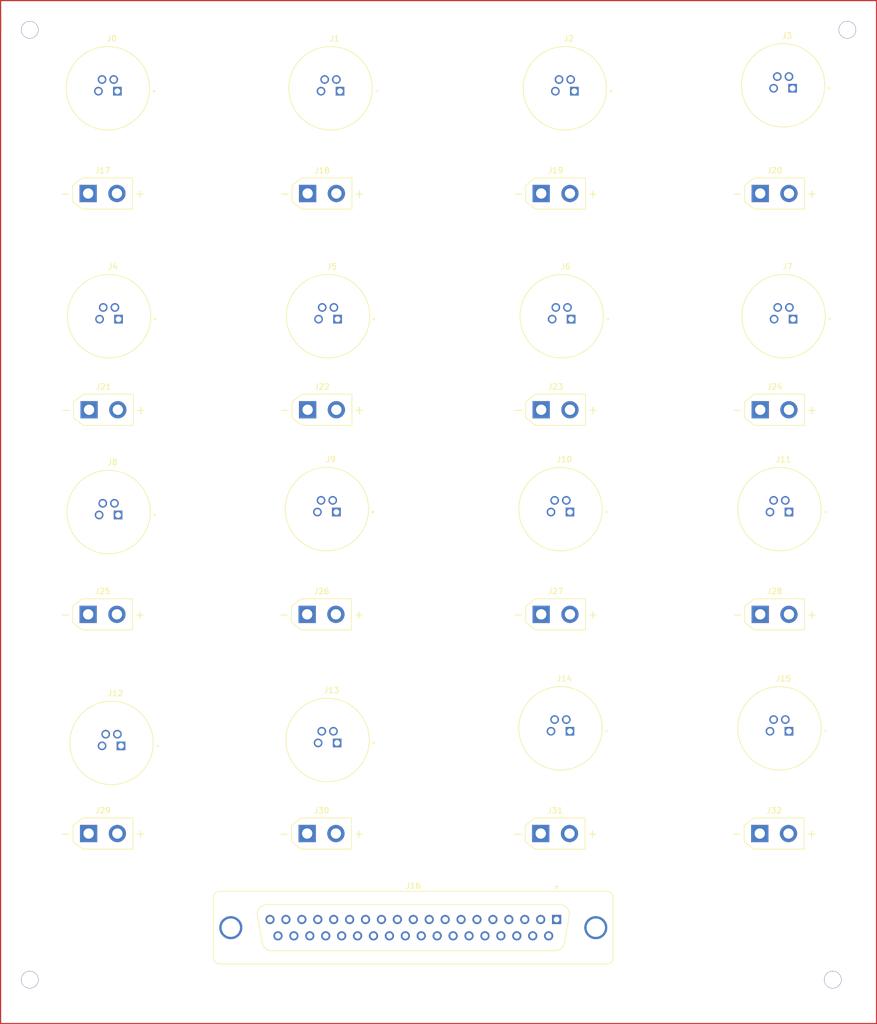
<source format=kicad_pcb>
(kicad_pcb (version 20221018) (generator pcbnew)
  (title_block (title "Analog Input Board") (date "2023-10-10") (rev "A") (company "Missouri University of Science and Technology Rocket Design Team") (comment 1 "Author: Rakshak Sudhakaran"))
  (layers (0 "F.Cu" signal) (31 "B.Cu" signal) (34 "B.Paste" user) (35 "F.Paste" user) (36 "B.SilkS" user "B.Silkscreen") (37 "F.SilkS" user "F.Silkscreen") (38 "B.Mask" user) (39 "F.Mask" user) (44 "Edge.Cuts" user))
  (net 0 "")
  (net 1 "/AI0+")
  (net 2 "/AI0-")
  (net 3 "/COM")
  (net 4 "+24V")
  (net 5 "/AI1+")
  (net 6 "/AI1-")
  (net 7 "/AI2+")
  (net 8 "/AI2-")
  (net 9 "/AI3+")
  (net 10 "/AI3-")
  (net 11 "/AI4+")
  (net 12 "/AI4-")
  (net 13 "/AI5+")
  (net 14 "/AI5-")
  (net 15 "/AI6+")
  (net 16 "/AI6-")
  (net 17 "/AI7+")
  (net 18 "/AI7-")
  (net 19 "/AI8+")
  (net 20 "/AI8-")
  (net 21 "/AI9+")
  (net 22 "/AI9-")
  (net 23 "/AI10+")
  (net 24 "/AI10-")
  (net 25 "/AI11+")
  (net 26 "/AI11-")
  (net 27 "/AI12+")
  (net 28 "/AI12-")
  (net 29 "/AI13+")
  (net 30 "/AI13-")
  (net 31 "/AI14+")
  (net 32 "/AI14-")
  (net 33 "/AI15+")
  (net 34 "/AI15-")
  (net 35 "/NC")
  (net 36 "GND")
  (footprint "M12_4Pin_Female_Library:TENSILITY_54-00278" (layer "F.Cu") (at 79.63 106.17)
    (fp_text reference "J9" (at 0.675 -8.635) (layer "F.SilkS"))
    (fp_text value "Conn_01x04")
    (fp_circle (center 0 0) (end 7.25 0) (stroke (width 0.127)) (fill none) (layer "F.SilkS"))
    (fp_circle (center 8.015 0.51) (end 8.115 0.51) (stroke (width 0.2)) (fill none) (layer "F.SilkS"))
    (pad "1" thru_hole rect (at 1.65 0.51) (size 1.508 1.508) (drill 1) (layers "*.Cu" "*.Mask") (net 21 "/AI9+"))
    (pad "2" thru_hole circle (at 1.015 -1.52) (size 1.508 1.508) (drill 1) (layers "*.Cu" "*.Mask") (net 22 "/AI9-"))
    (pad "3" thru_hole circle (at -1.65 0.51) (size 1.508 1.508) (drill 1) (layers "*.Cu" "*.Mask") (net 3 "/COM"))
    (pad "4" thru_hole circle (at -1.015 -1.52) (size 1.508 1.508) (drill 1) (layers "*.Cu" "*.Mask") (net 4 "+24V"))
  )
  (footprint "Connector_AMASS:AMASS_XT30UPB-F_1x02_P5.0mm_Vertical" (layer "F.Cu") (at 155.02 124.46)
    (fp_text reference "J28" (at 2.5 -4) (layer "F.SilkS"))
    (fp_text value "Conn_01x02")
    (fp_text user "-" (at -4 0) (layer "F.SilkS") (effects (font (size 1.5 1.5))))
    (fp_text user "+" (at 9 0) (layer "F.SilkS") (effects (font (size 1.5 1.5))))
    (fp_line (start -2.71 -1.41) (end -2.71 1.41) (stroke (width 0.12)) (layer "F.SilkS"))
    (fp_line (start -2.71 -1.41) (end -1.01 -2.71) (stroke (width 0.12)) (layer "F.SilkS"))
    (fp_line (start -2.71 1.41) (end -1.01 2.71) (stroke (width 0.12)) (layer "F.SilkS"))
    (fp_line (start -1.01 -2.71) (end 7.71 -2.71) (stroke (width 0.12)) (layer "F.SilkS"))
    (fp_line (start -1.01 2.71) (end 7.71 2.71) (stroke (width 0.12)) (layer "F.SilkS"))
    (fp_line (start 7.71 -2.71) (end 7.71 2.71) (stroke (width 0.12)) (layer "F.SilkS"))
    (pad "1" thru_hole rect (at 0 0) (size 3 3) (drill 1.8) (layers "*.Cu" "*.Mask") (net 4 "+24V"))
    (pad "2" thru_hole circle (at 5 0) (size 3 3) (drill 1.8) (layers "*.Cu" "*.Mask") (net 36 "GND"))
  )
  (footprint "M12_4Pin_Female_Library:TENSILITY_54-00278" (layer "F.Cu") (at 79.755 146.3)
    (fp_text reference "J13" (at 0.675 -8.635) (layer "F.SilkS"))
    (fp_text value "Conn_01x04")
    (fp_circle (center 0 0) (end 7.25 0) (stroke (width 0.127)) (fill none) (layer "F.SilkS"))
    (fp_circle (center 8.015 0.51) (end 8.115 0.51) (stroke (width 0.2)) (fill none) (layer "F.SilkS"))
    (pad "1" thru_hole rect (at 1.65 0.51) (size 1.508 1.508) (drill 1) (layers "*.Cu" "*.Mask") (net 29 "/AI13+"))
    (pad "2" thru_hole circle (at 1.015 -1.52) (size 1.508 1.508) (drill 1) (layers "*.Cu" "*.Mask") (net 30 "/AI13-"))
    (pad "3" thru_hole circle (at -1.65 0.51) (size 1.508 1.508) (drill 1) (layers "*.Cu" "*.Mask") (net 3 "/COM"))
    (pad "4" thru_hole circle (at -1.015 -1.52) (size 1.508 1.508) (drill 1) (layers "*.Cu" "*.Mask") (net 4 "+24V"))
  )
  (footprint "M12_4Pin_Female_Library:TENSILITY_54-00278" (layer "F.Cu") (at 120.27 106.17)
    (fp_text reference "J10" (at 0.675 -8.635) (layer "F.SilkS"))
    (fp_text value "Conn_01x04")
    (fp_circle (center 0 0) (end 7.25 0) (stroke (width 0.127)) (fill none) (layer "F.SilkS"))
    (fp_circle (center 8.015 0.51) (end 8.115 0.51) (stroke (width 0.2)) (fill none) (layer "F.SilkS"))
    (pad "1" thru_hole rect (at 1.65 0.51) (size 1.508 1.508) (drill 1) (layers "*.Cu" "*.Mask") (net 23 "/AI10+"))
    (pad "2" thru_hole circle (at 1.015 -1.52) (size 1.508 1.508) (drill 1) (layers "*.Cu" "*.Mask") (net 24 "/AI10-"))
    (pad "3" thru_hole circle (at -1.65 0.51) (size 1.508 1.508) (drill 1) (layers "*.Cu" "*.Mask") (net 3 "/COM"))
    (pad "4" thru_hole circle (at -1.015 -1.52) (size 1.508 1.508) (drill 1) (layers "*.Cu" "*.Mask") (net 4 "+24V"))
  )
  (footprint "M12_4Pin_Female_Library:TENSILITY_54-00278" (layer "F.Cu") (at 41.735 72.64)
    (fp_text reference "J4" (at 0.675 -8.635) (layer "F.SilkS"))
    (fp_text value "Conn_01x04")
    (fp_circle (center 0 0) (end 7.25 0) (stroke (width 0.127)) (fill none) (layer "F.SilkS"))
    (fp_circle (center 8.015 0.51) (end 8.115 0.51) (stroke (width 0.2)) (fill none) (layer "F.SilkS"))
    (pad "1" thru_hole rect (at 1.65 0.51) (size 1.508 1.508) (drill 1) (layers "*.Cu" "*.Mask") (net 11 "/AI4+"))
    (pad "2" thru_hole circle (at 1.015 -1.52) (size 1.508 1.508) (drill 1) (layers "*.Cu" "*.Mask") (net 12 "/AI4-"))
    (pad "3" thru_hole circle (at -1.65 0.51) (size 1.508 1.508) (drill 1) (layers "*.Cu" "*.Mask") (net 3 "/COM"))
    (pad "4" thru_hole circle (at -1.015 -1.52) (size 1.508 1.508) (drill 1) (layers "*.Cu" "*.Mask") (net 4 "+24V"))
  )
  (footprint "Connector_AMASS:AMASS_XT30UPB-F_1x02_P5.0mm_Vertical" (layer "F.Cu") (at 116.92 124.46)
    (fp_text reference "J27" (at 2.5 -4) (layer "F.SilkS"))
    (fp_text value "Conn_01x02")
    (fp_text user "-" (at -4 0) (layer "F.SilkS") (effects (font (size 1.5 1.5))))
    (fp_text user "+" (at 9 0) (layer "F.SilkS") (effects (font (size 1.5 1.5))))
    (fp_line (start -2.71 -1.41) (end -2.71 1.41) (stroke (width 0.12)) (layer "F.SilkS"))
    (fp_line (start -2.71 -1.41) (end -1.01 -2.71) (stroke (width 0.12)) (layer "F.SilkS"))
    (fp_line (start -2.71 1.41) (end -1.01 2.71) (stroke (width 0.12)) (layer "F.SilkS"))
    (fp_line (start -1.01 -2.71) (end 7.71 -2.71) (stroke (width 0.12)) (layer "F.SilkS"))
    (fp_line (start -1.01 2.71) (end 7.71 2.71) (stroke (width 0.12)) (layer "F.SilkS"))
    (fp_line (start 7.71 -2.71) (end 7.71 2.71) (stroke (width 0.12)) (layer "F.SilkS"))
    (pad "1" thru_hole rect (at 0 0) (size 3 3) (drill 1.8) (layers "*.Cu" "*.Mask") (net 4 "+24V"))
    (pad "2" thru_hole circle (at 5 0) (size 3 3) (drill 1.8) (layers "*.Cu" "*.Mask") (net 36 "GND"))
  )
  (footprint "Connector_AMASS:AMASS_XT30UPB-F_1x02_P5.0mm_Vertical" (layer "F.Cu") (at 76.28 51.31)
    (fp_text reference "J18" (at 2.5 -4) (layer "F.SilkS"))
    (fp_text value "Conn_01x02")
    (fp_text user "+" (at 9 0) (layer "F.SilkS") (effects (font (size 1.5 1.5))))
    (fp_text user "-" (at -4 0) (layer "F.SilkS") (effects (font (size 1.5 1.5))))
    (fp_line (start -2.71 -1.41) (end -2.71 1.41) (stroke (width 0.12)) (layer "F.SilkS"))
    (fp_line (start -2.71 -1.41) (end -1.01 -2.71) (stroke (width 0.12)) (layer "F.SilkS"))
    (fp_line (start -2.71 1.41) (end -1.01 2.71) (stroke (width 0.12)) (layer "F.SilkS"))
    (fp_line (start -1.01 -2.71) (end 7.71 -2.71) (stroke (width 0.12)) (layer "F.SilkS"))
    (fp_line (start -1.01 2.71) (end 7.71 2.71) (stroke (width 0.12)) (layer "F.SilkS"))
    (fp_line (start 7.71 -2.71) (end 7.71 2.71) (stroke (width 0.12)) (layer "F.SilkS"))
    (pad "1" thru_hole rect (at 0 0) (size 3 3) (drill 1.8) (layers "*.Cu" "*.Mask") (net 4 "+24V"))
    (pad "2" thru_hole circle (at 5 0) (size 3 3) (drill 1.8) (layers "*.Cu" "*.Mask") (net 36 "GND"))
  )
  (footprint "Connector_AMASS:AMASS_XT30UPB-F_1x02_P5.0mm_Vertical" (layer "F.Cu") (at 76.2 124.46)
    (fp_text reference "J26" (at 2.5 -4) (layer "F.SilkS"))
    (fp_text value "Conn_01x02")
    (fp_text user "+" (at 9 0) (layer "F.SilkS") (effects (font (size 1.5 1.5))))
    (fp_text user "-" (at -4 0) (layer "F.SilkS") (effects (font (size 1.5 1.5))))
    (fp_line (start -2.71 -1.41) (end -2.71 1.41) (stroke (width 0.12)) (layer "F.SilkS"))
    (fp_line (start -2.71 -1.41) (end -1.01 -2.71) (stroke (width 0.12)) (layer "F.SilkS"))
    (fp_line (start -2.71 1.41) (end -1.01 2.71) (stroke (width 0.12)) (layer "F.SilkS"))
    (fp_line (start -1.01 -2.71) (end 7.71 -2.71) (stroke (width 0.12)) (layer "F.SilkS"))
    (fp_line (start -1.01 2.71) (end 7.71 2.71) (stroke (width 0.12)) (layer "F.SilkS"))
    (fp_line (start 7.71 -2.71) (end 7.71 2.71) (stroke (width 0.12)) (layer "F.SilkS"))
    (pad "1" thru_hole rect (at 0 0) (size 3 3) (drill 1.8) (layers "*.Cu" "*.Mask") (net 4 "+24V"))
    (pad "2" thru_hole circle (at 5 0) (size 3 3) (drill 1.8) (layers "*.Cu" "*.Mask") (net 36 "GND"))
  )
  (footprint "Connector_AMASS:AMASS_XT30UPB-F_1x02_P5.0mm_Vertical" (layer "F.Cu") (at 76.28 88.9)
    (fp_text reference "J22" (at 2.5 -4) (layer "F.SilkS"))
    (fp_text value "Conn_01x02")
    (fp_text user "+" (at 9 0) (layer "F.SilkS") (effects (font (size 1.5 1.5))))
    (fp_text user "-" (at -4 0) (layer "F.SilkS") (effects (font (size 1.5 1.5))))
    (fp_line (start -2.71 -1.41) (end -2.71 1.41) (stroke (width 0.12)) (layer "F.SilkS"))
    (fp_line (start -2.71 -1.41) (end -1.01 -2.71) (stroke (width 0.12)) (layer "F.SilkS"))
    (fp_line (start -2.71 1.41) (end -1.01 2.71) (stroke (width 0.12)) (layer "F.SilkS"))
    (fp_line (start -1.01 -2.71) (end 7.71 -2.71) (stroke (width 0.12)) (layer "F.SilkS"))
    (fp_line (start -1.01 2.71) (end 7.71 2.71) (stroke (width 0.12)) (layer "F.SilkS"))
    (fp_line (start 7.71 -2.71) (end 7.71 2.71) (stroke (width 0.12)) (layer "F.SilkS"))
    (pad "1" thru_hole rect (at 0 0) (size 3 3) (drill 1.8) (layers "*.Cu" "*.Mask") (net 4 "+24V"))
    (pad "2" thru_hole circle (at 5 0) (size 3 3) (drill 1.8) (layers "*.Cu" "*.Mask") (net 36 "GND"))
  )
  (footprint "Connector_AMASS:AMASS_XT30UPB-F_1x02_P5.0mm_Vertical" (layer "F.Cu") (at 116.84 162.56)
    (fp_text reference "J31" (at 2.5 -4) (layer "F.SilkS"))
    (fp_text value "Conn_01x02")
    (fp_text user "+" (at 9 0) (layer "F.SilkS") (effects (font (size 1.5 1.5))))
    (fp_text user "-" (at -4 0) (layer "F.SilkS") (effects (font (size 1.5 1.5))))
    (fp_line (start -2.71 -1.41) (end -2.71 1.41) (stroke (width 0.12)) (layer "F.SilkS"))
    (fp_line (start -2.71 -1.41) (end -1.01 -2.71) (stroke (width 0.12)) (layer "F.SilkS"))
    (fp_line (start -2.71 1.41) (end -1.01 2.71) (stroke (width 0.12)) (layer "F.SilkS"))
    (fp_line (start -1.01 -2.71) (end 7.71 -2.71) (stroke (width 0.12)) (layer "F.SilkS"))
    (fp_line (start -1.01 2.71) (end 7.71 2.71) (stroke (width 0.12)) (layer "F.SilkS"))
    (fp_line (start 7.71 -2.71) (end 7.71 2.71) (stroke (width 0.12)) (layer "F.SilkS"))
    (pad "1" thru_hole rect (at 0 0) (size 3 3) (drill 1.8) (layers "*.Cu" "*.Mask") (net 4 "+24V"))
    (pad "2" thru_hole circle (at 5 0) (size 3 3) (drill 1.8) (layers "*.Cu" "*.Mask") (net 36 "GND"))
  )
  (footprint "M12_4Pin_Female_Library:TENSILITY_54-00278" (layer "F.Cu") (at 121.03 33.02)
    (fp_text reference "J2" (at 0.675 -8.635) (layer "F.SilkS"))
    (fp_text value "Conn_01x04")
    (fp_circle (center 0 0) (end 7.25 0) (stroke (width 0.127)) (fill none) (layer "F.SilkS"))
    (fp_circle (center 8.015 0.51) (end 8.115 0.51) (stroke (width 0.2)) (fill none) (layer "F.SilkS"))
    (pad "1" thru_hole rect (at 1.65 0.51) (size 1.508 1.508) (drill 1) (layers "*.Cu" "*.Mask") (net 7 "/AI2+"))
    (pad "2" thru_hole circle (at 1.015 -1.52) (size 1.508 1.508) (drill 1) (layers "*.Cu" "*.Mask") (net 8 "/AI2-"))
    (pad "3" thru_hole circle (at -1.65 0.51) (size 1.508 1.508) (drill 1) (layers "*.Cu" "*.Mask") (net 3 "/COM"))
    (pad "4" thru_hole circle (at -1.015 -1.52) (size 1.508 1.508) (drill 1) (layers "*.Cu" "*.Mask") (net 4 "+24V"))
  )
  (footprint "Connector_AMASS:AMASS_XT30UPB-F_1x02_P5.0mm_Vertical" (layer "F.Cu") (at 38.1 124.46)
    (fp_text reference "J25" (at 2.5 -4) (layer "F.SilkS"))
    (fp_text value "Conn_01x02")
    (fp_text user "+" (at 9 0) (layer "F.SilkS") (effects (font (size 1.5 1.5))))
    (fp_text user "-" (at -4 0) (layer "F.SilkS") (effects (font (size 1.5 1.5))))
    (fp_line (start -2.71 -1.41) (end -2.71 1.41) (stroke (width 0.12)) (layer "F.SilkS"))
    (fp_line (start -2.71 -1.41) (end -1.01 -2.71) (stroke (width 0.12)) (layer "F.SilkS"))
    (fp_line (start -2.71 1.41) (end -1.01 2.71) (stroke (width 0.12)) (layer "F.SilkS"))
    (fp_line (start -1.01 -2.71) (end 7.71 -2.71) (stroke (width 0.12)) (layer "F.SilkS"))
    (fp_line (start -1.01 2.71) (end 7.71 2.71) (stroke (width 0.12)) (layer "F.SilkS"))
    (fp_line (start 7.71 -2.71) (end 7.71 2.71) (stroke (width 0.12)) (layer "F.SilkS"))
    (pad "1" thru_hole rect (at 0 0) (size 3 3) (drill 1.8) (layers "*.Cu" "*.Mask") (net 4 "+24V"))
    (pad "2" thru_hole circle (at 5 0) (size 3 3) (drill 1.8) (layers "*.Cu" "*.Mask") (net 36 "GND"))
  )
  (footprint "M12_4Pin_Female_Library:TENSILITY_54-00278" (layer "F.Cu") (at 158.37 106.17)
    (fp_text reference "J11" (at 0.675 -8.635) (layer "F.SilkS"))
    (fp_text value "Conn_01x04")
    (fp_circle (center 0 0) (end 7.25 0) (stroke (width 0.127)) (fill none) (layer "F.SilkS"))
    (fp_circle (center 8.015 0.51) (end 8.115 0.51) (stroke (width 0.2)) (fill none) (layer "F.SilkS"))
    (pad "1" thru_hole rect (at 1.65 0.51) (size 1.508 1.508) (drill 1) (layers "*.Cu" "*.Mask") (net 25 "/AI11+"))
    (pad "2" thru_hole circle (at 1.015 -1.52) (size 1.508 1.508) (drill 1) (layers "*.Cu" "*.Mask") (net 26 "/AI11-"))
    (pad "3" thru_hole circle (at -1.65 0.51) (size 1.508 1.508) (drill 1) (layers "*.Cu" "*.Mask") (net 3 "/COM"))
    (pad "4" thru_hole circle (at -1.015 -1.52) (size 1.508 1.508) (drill 1) (layers "*.Cu" "*.Mask") (net 4 "+24V"))
  )
  (footprint "Connector_AMASS:AMASS_XT30UPB-F_1x02_P5.0mm_Vertical" (layer "F.Cu") (at 116.92 88.9)
    (fp_text reference "J23" (at 2.5 -4) (layer "F.SilkS"))
    (fp_text value "Conn_01x02")
    (fp_text user "-" (at -4 0) (layer "F.SilkS") (effects (font (size 1.5 1.5))))
    (fp_text user "+" (at 9 0) (layer "F.SilkS") (effects (font (size 1.5 1.5))))
    (fp_line (start -2.71 -1.41) (end -2.71 1.41) (stroke (width 0.12)) (layer "F.SilkS"))
    (fp_line (start -2.71 -1.41) (end -1.01 -2.71) (stroke (width 0.12)) (layer "F.SilkS"))
    (fp_line (start -2.71 1.41) (end -1.01 2.71) (stroke (width 0.12)) (layer "F.SilkS"))
    (fp_line (start -1.01 -2.71) (end 7.71 -2.71) (stroke (width 0.12)) (layer "F.SilkS"))
    (fp_line (start -1.01 2.71) (end 7.71 2.71) (stroke (width 0.12)) (layer "F.SilkS"))
    (fp_line (start 7.71 -2.71) (end 7.71 2.71) (stroke (width 0.12)) (layer "F.SilkS"))
    (pad "1" thru_hole rect (at 0 0) (size 3 3) (drill 1.8) (layers "*.Cu" "*.Mask") (net 4 "+24V"))
    (pad "2" thru_hole circle (at 5 0) (size 3 3) (drill 1.8) (layers "*.Cu" "*.Mask") (net 36 "GND"))
  )
  (footprint "Connector_AMASS:AMASS_XT30UPB-F_1x02_P5.0mm_Vertical" (layer "F.Cu") (at 155.02 88.9)
    (fp_text reference "J24" (at 2.5 -4) (layer "F.SilkS"))
    (fp_text value "Conn_01x02")
    (fp_text user "+" (at 9 0) (layer "F.SilkS") (effects (font (size 1.5 1.5))))
    (fp_text user "-" (at -4 0) (layer "F.SilkS") (effects (font (size 1.5 1.5))))
    (fp_line (start -2.71 -1.41) (end -2.71 1.41) (stroke (width 0.12)) (layer "F.SilkS"))
    (fp_line (start -2.71 -1.41) (end -1.01 -2.71) (stroke (width 0.12)) (layer "F.SilkS"))
    (fp_line (start -2.71 1.41) (end -1.01 2.71) (stroke (width 0.12)) (layer "F.SilkS"))
    (fp_line (start -1.01 -2.71) (end 7.71 -2.71) (stroke (width 0.12)) (layer "F.SilkS"))
    (fp_line (start -1.01 2.71) (end 7.71 2.71) (stroke (width 0.12)) (layer "F.SilkS"))
    (fp_line (start 7.71 -2.71) (end 7.71 2.71) (stroke (width 0.12)) (layer "F.SilkS"))
    (pad "1" thru_hole rect (at 0 0) (size 3 3) (drill 1.8) (layers "*.Cu" "*.Mask") (net 4 "+24V"))
    (pad "2" thru_hole circle (at 5 0) (size 3 3) (drill 1.8) (layers "*.Cu" "*.Mask") (net 36 "GND"))
  )
  (footprint "M12_4Pin_Female_Library:TENSILITY_54-00278" (layer "F.Cu") (at 159.005 32.51)
    (fp_text reference "J3" (at 0.675 -8.635) (layer "F.SilkS"))
    (fp_text value "Conn_01x04")
    (fp_circle (center 0 0) (end 7.25 0) (stroke (width 0.127)) (fill none) (layer "F.SilkS"))
    (fp_circle (center 8.015 0.51) (end 8.115 0.51) (stroke (width 0.2)) (fill none) (layer "F.SilkS"))
    (pad "1" thru_hole rect (at 1.65 0.51) (size 1.508 1.508) (drill 1) (layers "*.Cu" "*.Mask") (net 9 "/AI3+"))
    (pad "2" thru_hole circle (at 1.015 -1.52) (size 1.508 1.508) (drill 1) (layers "*.Cu" "*.Mask") (net 10 "/AI3-"))
    (pad "3" thru_hole circle (at -1.65 0.51) (size 1.508 1.508) (drill 1) (layers "*.Cu" "*.Mask") (net 3 "/COM"))
    (pad "4" thru_hole circle (at -1.015 -1.52) (size 1.508 1.508) (drill 1) (layers "*.Cu" "*.Mask") (net 4 "+24V"))
  )
  (footprint "M12_4Pin_Female_Library:TENSILITY_54-00278" (layer "F.Cu") (at 120.27 144.27)
    (fp_text reference "J14" (at 0.675 -8.635) (layer "F.SilkS"))
    (fp_text value "Conn_01x04")
    (fp_circle (center 0 0) (end 7.25 0) (stroke (width 0.127)) (fill none) (layer "F.SilkS"))
    (fp_circle (center 8.015 0.51) (end 8.115 0.51) (stroke (width 0.2)) (fill none) (layer "F.SilkS"))
    (pad "1" thru_hole rect (at 1.65 0.51) (size 1.508 1.508) (drill 1) (layers "*.Cu" "*.Mask") (net 31 "/AI14+"))
    (pad "2" thru_hole circle (at 1.015 -1.52) (size 1.508 1.508) (drill 1) (layers "*.Cu" "*.Mask") (net 32 "/AI14-"))
    (pad "3" thru_hole circle (at -1.65 0.51) (size 1.508 1.508) (drill 1) (layers "*.Cu" "*.Mask") (net 3 "/COM"))
    (pad "4" thru_hole circle (at -1.015 -1.52) (size 1.508 1.508) (drill 1) (layers "*.Cu" "*.Mask") (net 4 "+24V"))
  )
  (footprint "M12_4Pin_Female_Library:TENSILITY_54-00278" (layer "F.Cu") (at 41.655 106.68)
    (fp_text reference "J8" (at 0.675 -8.635) (layer "F.SilkS"))
    (fp_text value "Conn_01x04")
    (fp_circle (center 0 0) (end 7.25 0) (stroke (width 0.127)) (fill none) (layer "F.SilkS"))
    (fp_circle (center 8.015 0.51) (end 8.115 0.51) (stroke (width 0.2)) (fill none) (layer "F.SilkS"))
    (pad "1" thru_hole rect (at 1.65 0.51) (size 1.508 1.508) (drill 1) (layers "*.Cu" "*.Mask") (net 19 "/AI8+"))
    (pad "2" thru_hole circle (at 1.015 -1.52) (size 1.508 1.508) (drill 1) (layers "*.Cu" "*.Mask") (net 20 "/AI8-"))
    (pad "3" thru_hole circle (at -1.65 0.51) (size 1.508 1.508) (drill 1) (layers "*.Cu" "*.Mask") (net 3 "/COM"))
    (pad "4" thru_hole circle (at -1.015 -1.52) (size 1.508 1.508) (drill 1) (layers "*.Cu" "*.Mask") (net 4 "+24V"))
  )
  (footprint "M12_4Pin_Female_Library:TENSILITY_54-00278" (layer "F.Cu") (at 120.475 72.64)
    (fp_text reference "J6" (at 0.675 -8.635) (layer "F.SilkS"))
    (fp_text value "Conn_01x04")
    (fp_circle (center 0 0) (end 7.25 0) (stroke (width 0.127)) (fill none) (layer "F.SilkS"))
    (fp_circle (center 8.015 0.51) (end 8.115 0.51) (stroke (width 0.2)) (fill none) (layer "F.SilkS"))
    (pad "1" thru_hole rect (at 1.65 0.51) (size 1.508 1.508) (drill 1) (layers "*.Cu" "*.Mask") (net 15 "/AI6+"))
    (pad "2" thru_hole circle (at 1.015 -1.52) (size 1.508 1.508) (drill 1) (layers "*.Cu" "*.Mask") (net 16 "/AI6-"))
    (pad "3" thru_hole circle (at -1.65 0.51) (size 1.508 1.508) (drill 1) (layers "*.Cu" "*.Mask") (net 3 "/COM"))
    (pad "4" thru_hole circle (at -1.015 -1.52) (size 1.508 1.508) (drill 1) (layers "*.Cu" "*.Mask") (net 4 "+24V"))
  )
  (footprint "M12_4Pin_Female_Library:TENSILITY_54-00278" (layer "F.Cu") (at 42.165 146.81)
    (fp_text reference "J12" (at 0.675 -8.635) (layer "F.SilkS"))
    (fp_text value "Conn_01x04")
    (fp_circle (center 0 0) (end 7.25 0) (stroke (width 0.127)) (fill none) (layer "F.SilkS"))
    (fp_circle (center 8.015 0.51) (end 8.115 0.51) (stroke (width 0.2)) (fill none) (layer "F.SilkS"))
    (pad "1" thru_hole rect (at 1.65 0.51) (size 1.508 1.508) (drill 1) (layers "*.Cu" "*.Mask") (net 27 "/AI12+"))
    (pad "2" thru_hole circle (at 1.015 -1.52) (size 1.508 1.508) (drill 1) (layers "*.Cu" "*.Mask") (net 28 "/AI12-"))
    (pad "3" thru_hole circle (at -1.65 0.51) (size 1.508 1.508) (drill 1) (layers "*.Cu" "*.Mask") (net 3 "/COM"))
    (pad "4" thru_hole circle (at -1.015 -1.52) (size 1.508 1.508) (drill 1) (layers "*.Cu" "*.Mask") (net 4 "+24V"))
  )
  (footprint "Connector_AMASS:AMASS_XT30UPB-F_1x02_P5.0mm_Vertical" (layer "F.Cu") (at 38.26 88.9)
    (fp_text reference "J21" (at 2.5 -4) (layer "F.SilkS"))
    (fp_text value "Conn_01x02")
    (fp_text user "-" (at -4 0) (layer "F.SilkS") (effects (font (size 1.5 1.5))))
    (fp_text user "+" (at 9 0) (layer "F.SilkS") (effects (font (size 1.5 1.5))))
    (fp_line (start -2.71 -1.41) (end -2.71 1.41) (stroke (width 0.12)) (layer "F.SilkS"))
    (fp_line (start -2.71 -1.41) (end -1.01 -2.71) (stroke (width 0.12)) (layer "F.SilkS"))
    (fp_line (start -2.71 1.41) (end -1.01 2.71) (stroke (width 0.12)) (layer "F.SilkS"))
    (fp_line (start -1.01 -2.71) (end 7.71 -2.71) (stroke (width 0.12)) (layer "F.SilkS"))
    (fp_line (start -1.01 2.71) (end 7.71 2.71) (stroke (width 0.12)) (layer "F.SilkS"))
    (fp_line (start 7.71 -2.71) (end 7.71 2.71) (stroke (width 0.12)) (layer "F.SilkS"))
    (pad "1" thru_hole rect (at 0 0) (size 3 3) (drill 1.8) (layers "*.Cu" "*.Mask") (net 4 "+24V"))
    (pad "2" thru_hole circle (at 5 0) (size 3 3) (drill 1.8) (layers "*.Cu" "*.Mask") (net 36 "GND"))
  )
  (footprint "M12_4Pin_Female_Library:TENSILITY_54-00278" (layer "F.Cu") (at 159.085 72.64)
    (fp_text reference "J7" (at 0.675 -8.635) (layer "F.SilkS"))
    (fp_text value "Conn_01x04")
    (fp_circle (center 0 0) (end 7.25 0) (stroke (width 0.127)) (fill none) (layer "F.SilkS"))
    (fp_circle (center 8.015 0.51) (end 8.115 0.51) (stroke (width 0.2)) (fill none) (layer "F.SilkS"))
    (pad "1" thru_hole rect (at 1.65 0.51) (size 1.508 1.508) (drill 1) (layers "*.Cu" "*.Mask") (net 17 "/AI7+"))
    (pad "2" thru_hole circle (at 1.015 -1.52) (size 1.508 1.508) (drill 1) (layers "*.Cu" "*.Mask") (net 18 "/AI7-"))
    (pad "3" thru_hole circle (at -1.65 0.51) (size 1.508 1.508) (drill 1) (layers "*.Cu" "*.Mask") (net 3 "/COM"))
    (pad "4" thru_hole circle (at -1.015 -1.52) (size 1.508 1.508) (drill 1) (layers "*.Cu" "*.Mask") (net 4 "+24V"))
  )
  (footprint "Connector_AMASS:AMASS_XT30UPB-F_1x02_P5.0mm_Vertical" (layer "F.Cu") (at 154.94 162.56)
    (fp_text reference "J32" (at 2.5 -4) (layer "F.SilkS"))
    (fp_text value "Conn_01x02")
    (fp_text user "+" (at 9 0) (layer "F.SilkS") (effects (font (size 1.5 1.5))))
    (fp_text user "-" (at -4 0) (layer "F.SilkS") (effects (font (size 1.5 1.5))))
    (fp_line (start -2.71 -1.41) (end -2.71 1.41) (stroke (width 0.12)) (layer "F.SilkS"))
    (fp_line (start -2.71 -1.41) (end -1.01 -2.71) (stroke (width 0.12)) (layer "F.SilkS"))
    (fp_line (start -2.71 1.41) (end -1.01 2.71) (stroke (width 0.12)) (layer "F.SilkS"))
    (fp_line (start -1.01 -2.71) (end 7.71 -2.71) (stroke (width 0.12)) (layer "F.SilkS"))
    (fp_line (start -1.01 2.71) (end 7.71 2.71) (stroke (width 0.12)) (layer "F.SilkS"))
    (fp_line (start 7.71 -2.71) (end 7.71 2.71) (stroke (width 0.12)) (layer "F.SilkS"))
    (pad "1" thru_hole rect (at 0 0) (size 3 3) (drill 1.8) (layers "*.Cu" "*.Mask") (net 4 "+24V"))
    (pad "2" thru_hole circle (at 5 0) (size 3 3) (drill 1.8) (layers "*.Cu" "*.Mask") (net 36 "GND"))
  )
  (footprint "Connector_AMASS:AMASS_XT30UPB-F_1x02_P5.0mm_Vertical" (layer "F.Cu") (at 38.1 51.31)
    (fp_text reference "J17" (at 2.5 -4) (layer "F.SilkS"))
    (fp_text value "Conn_01x02")
    (fp_text user "+" (at 9 0) (layer "F.SilkS") (effects (font (size 1.5 1.5))))
    (fp_text user "-" (at -4 0) (layer "F.SilkS") (effects (font (size 1.5 1.5))))
    (fp_line (start -2.71 -1.41) (end -2.71 1.41) (stroke (width 0.12)) (layer "F.SilkS"))
    (fp_line (start -2.71 -1.41) (end -1.01 -2.71) (stroke (width 0.12)) (layer "F.SilkS"))
    (fp_line (start -2.71 1.41) (end -1.01 2.71) (stroke (width 0.12)) (layer "F.SilkS"))
    (fp_line (start -1.01 -2.71) (end 7.71 -2.71) (stroke (width 0.12)) (layer "F.SilkS"))
    (fp_line (start -1.01 2.71) (end 7.71 2.71) (stroke (width 0.12)) (layer "F.SilkS"))
    (fp_line (start 7.71 -2.71) (end 7.71 2.71) (stroke (width 0.12)) (layer "F.SilkS"))
    (pad "1" thru_hole rect (at 0 0) (size 3 3) (drill 1.8) (layers "*.Cu" "*.Mask") (net 4 "+24V"))
    (pad "2" thru_hole circle (at 5 0) (size 3 3) (drill 1.8) (layers "*.Cu" "*.Mask") (net 36 "GND"))
  )
  (footprint "M12_4Pin_Female_Library:TENSILITY_54-00278" (layer "F.Cu") (at 41.53 33.02)
    (fp_text reference "J0" (at 0.675 -8.635) (layer "F.SilkS"))
    (fp_text value "Conn_01x04")
    (fp_circle (center 0 0) (end 7.25 0) (stroke (width 0.127)) (fill none) (layer "F.SilkS"))
    (fp_circle (center 8.015 0.51) (end 8.115 0.51) (stroke (width 0.2)) (fill none) (layer "F.SilkS"))
    (pad "1" thru_hole rect (at 1.65 0.51) (size 1.508 1.508) (drill 1) (layers "*.Cu" "*.Mask") (net 1 "/AI0+"))
    (pad "2" thru_hole circle (at 1.015 -1.52) (size 1.508 1.508) (drill 1) (layers "*.Cu" "*.Mask") (net 2 "/AI0-"))
    (pad "3" thru_hole circle (at -1.65 0.51) (size 1.508 1.508) (drill 1) (layers "*.Cu" "*.Mask") (net 3 "/COM"))
    (pad "4" thru_hole circle (at -1.015 -1.52) (size 1.508 1.508) (drill 1) (layers "*.Cu" "*.Mask") (net 4 "+24V"))
  )
  (footprint "Connector_AMASS:AMASS_XT30UPB-F_1x02_P5.0mm_Vertical" (layer "F.Cu") (at 116.92 51.31)
    (fp_text reference "J19" (at 2.5 -4) (layer "F.SilkS"))
    (fp_text value "Conn_01x02")
    (fp_text user "+" (at 9 0) (layer "F.SilkS") (effects (font (size 1.5 1.5))))
    (fp_text user "-" (at -4 0) (layer "F.SilkS") (effects (font (size 1.5 1.5))))
    (fp_line (start -2.71 -1.41) (end -2.71 1.41) (stroke (width 0.12)) (layer "F.SilkS"))
    (fp_line (start -2.71 -1.41) (end -1.01 -2.71) (stroke (width 0.12)) (layer "F.SilkS"))
    (fp_line (start -2.71 1.41) (end -1.01 2.71) (stroke (width 0.12)) (layer "F.SilkS"))
    (fp_line (start -1.01 -2.71) (end 7.71 -2.71) (stroke (width 0.12)) (layer "F.SilkS"))
    (fp_line (start -1.01 2.71) (end 7.71 2.71) (stroke (width 0.12)) (layer "F.SilkS"))
    (fp_line (start 7.71 -2.71) (end 7.71 2.71) (stroke (width 0.12)) (layer "F.SilkS"))
    (pad "1" thru_hole rect (at 0 0) (size 3 3) (drill 1.8) (layers "*.Cu" "*.Mask") (net 4 "+24V"))
    (pad "2" thru_hole circle (at 5 0) (size 3 3) (drill 1.8) (layers "*.Cu" "*.Mask") (net 36 "GND"))
  )
  (footprint "M12_4Pin_Female_Library:TENSILITY_54-00278" (layer "F.Cu") (at 158.37 144.27)
    (fp_text reference "J15" (at 0.675 -8.635) (layer "F.SilkS"))
    (fp_text value "Conn_01x04")
    (fp_circle (center 0 0) (end 7.25 0) (stroke (width 0.127)) (fill none) (layer "F.SilkS"))
    (fp_circle (center 8.015 0.51) (end 8.115 0.51) (stroke (width 0.2)) (fill none) (layer "F.SilkS"))
    (pad "1" thru_hole rect (at 1.65 0.51) (size 1.508 1.508) (drill 1) (layers "*.Cu" "*.Mask") (net 33 "/AI15+"))
    (pad "2" thru_hole circle (at 1.015 -1.52) (size 1.508 1.508) (drill 1) (layers "*.Cu" "*.Mask") (net 34 "/AI15-"))
    (pad "3" thru_hole circle (at -1.65 0.51) (size 1.508 1.508) (drill 1) (layers "*.Cu" "*.Mask") (net 3 "/COM"))
    (pad "4" thru_hole circle (at -1.015 -1.52) (size 1.508 1.508) (drill 1) (layers "*.Cu" "*.Mask") (net 4 "+24V"))
  )
  (footprint "Connector_AMASS:AMASS_XT30UPB-F_1x02_P5.0mm_Vertical" (layer "F.Cu") (at 155.02 51.31)
    (fp_text reference "J20" (at 2.5 -4) (layer "F.SilkS"))
    (fp_text value "Conn_01x02")
    (fp_text user "+" (at 9 0) (layer "F.SilkS") (effects (font (size 1.5 1.5))))
    (fp_text user "-" (at -4 0) (layer "F.SilkS") (effects (font (size 1.5 1.5))))
    (fp_line (start -2.71 -1.41) (end -2.71 1.41) (stroke (width 0.12)) (layer "F.SilkS"))
    (fp_line (start -2.71 -1.41) (end -1.01 -2.71) (stroke (width 0.12)) (layer "F.SilkS"))
    (fp_line (start -2.71 1.41) (end -1.01 2.71) (stroke (width 0.12)) (layer "F.SilkS"))
    (fp_line (start -1.01 -2.71) (end 7.71 -2.71) (stroke (width 0.12)) (layer "F.SilkS"))
    (fp_line (start -1.01 2.71) (end 7.71 2.71) (stroke (width 0.12)) (layer "F.SilkS"))
    (fp_line (start 7.71 -2.71) (end 7.71 2.71) (stroke (width 0.12)) (layer "F.SilkS"))
    (pad "1" thru_hole rect (at 0 0) (size 3 3) (drill 1.8) (layers "*.Cu" "*.Mask") (net 4 "+24V"))
    (pad "2" thru_hole circle (at 5 0) (size 3 3) (drill 1.8) (layers "*.Cu" "*.Mask") (net 36 "GND"))
  )
  (footprint "M12_4Pin_Female_Library:TENSILITY_54-00278" (layer "F.Cu") (at 80.265 33.02)
    (fp_text reference "J1" (at 0.675 -8.635) (layer "F.SilkS"))
    (fp_text value "Conn_01x04")
    (fp_circle (center 0 0) (end 7.25 0) (stroke (width 0.127)) (fill none) (layer "F.SilkS"))
    (fp_circle (center 8.015 0.51) (end 8.115 0.51) (stroke (width 0.2)) (fill none) (layer "F.SilkS"))
    (pad "1" thru_hole rect (at 1.65 0.51) (size 1.508 1.508) (drill 1) (layers "*.Cu" "*.Mask") (net 5 "/AI1+"))
    (pad "2" thru_hole circle (at 1.015 -1.52) (size 1.508 1.508) (drill 1) (layers "*.Cu" "*.Mask") (net 6 "/AI1-"))
    (pad "3" thru_hole circle (at -1.65 0.51) (size 1.508 1.508) (drill 1) (layers "*.Cu" "*.Mask") (net 3 "/COM"))
    (pad "4" thru_hole circle (at -1.015 -1.52) (size 1.508 1.508) (drill 1) (layers "*.Cu" "*.Mask") (net 4 "+24V"))
  )
  (footprint "Connector_AMASS:AMASS_XT30UPB-F_1x02_P5.0mm_Vertical" (layer "F.Cu") (at 76.2 162.56)
    (fp_text reference "J30" (at 2.5 -4) (layer "F.SilkS"))
    (fp_text value "Conn_01x02")
    (fp_text user "+" (at 9 0) (layer "F.SilkS") (effects (font (size 1.5 1.5))))
    (fp_text user "-" (at -4 0) (layer "F.SilkS") (effects (font (size 1.5 1.5))))
    (fp_line (start -2.71 -1.41) (end -2.71 1.41) (stroke (width 0.12)) (layer "F.SilkS"))
    (fp_line (start -2.71 -1.41) (end -1.01 -2.71) (stroke (width 0.12)) (layer "F.SilkS"))
    (fp_line (start -2.71 1.41) (end -1.01 2.71) (stroke (width 0.12)) (layer "F.SilkS"))
    (fp_line (start -1.01 -2.71) (end 7.71 -2.71) (stroke (width 0.12)) (layer "F.SilkS"))
    (fp_line (start -1.01 2.71) (end 7.71 2.71) (stroke (width 0.12)) (layer "F.SilkS"))
    (fp_line (start 7.71 -2.71) (end 7.71 2.71) (stroke (width 0.12)) (layer "F.SilkS"))
    (pad "1" thru_hole rect (at 0 0) (size 3 3) (drill 1.8) (layers "*.Cu" "*.Mask") (net 4 "+24V"))
    (pad "2" thru_hole circle (at 5 0) (size 3 3) (drill 1.8) (layers "*.Cu" "*.Mask") (net 36 "GND"))
  )
  (footprint "Connector_Dsub:DSUB-37_Female_Vertical_P2.77x2.84mm_MountingHoles" (layer "F.Cu") (at 119.595 177.5)
    (fp_text reference "J16" (at -24.93 -5.89) (layer "F.SilkS"))
    (fp_text value "DB37_Female")
    (fp_line (start -59.69 6.67) (end -59.69 -3.83) (stroke (width 0.12)) (layer "F.SilkS"))
    (fp_line (start -58.63 -4.89) (end 8.77 -4.89) (stroke (width 0.12)) (layer "F.SilkS"))
    (fp_line (start -52.04647 -0.641744) (end -51.217733 4.058256) (stroke (width 0.12)) (layer "F.SilkS"))
    (fp_line (start -50.411689 -2.59) (end 0.551689 -2.59) (stroke (width 0.12)) (layer "F.SilkS"))
    (fp_line (start -49.582952 5.43) (end -0.277048 5.43) (stroke (width 0.12)) (layer "F.SilkS"))
    (fp_line (start -0.25 -5.784338) (end 0.25 -5.784338) (stroke (width 0.12)) (layer "F.SilkS"))
    (fp_line (start 0 -5.351325) (end -0.25 -5.784338) (stroke (width 0.12)) (layer "F.SilkS"))
    (fp_line (start 0.25 -5.784338) (end 0 -5.351325) (stroke (width 0.12)) (layer "F.SilkS"))
    (fp_line (start 2.18647 -0.641744) (end 1.357733 4.058256) (stroke (width 0.12)) (layer "F.SilkS"))
    (fp_line (start 8.77 7.73) (end -58.63 7.73) (stroke (width 0.12)) (layer "F.SilkS"))
    (fp_line (start 9.83 -3.83) (end 9.83 6.67) (stroke (width 0.12)) (layer "F.SilkS"))
    (fp_arc (start -59.69 -3.83) (mid -59.379533 -4.579533) (end -58.63 -4.89) (stroke (width 0.12)) (layer "F.SilkS"))
    (fp_arc (start -58.63 7.73) (mid -59.379533 7.419533) (end -59.69 6.67) (stroke (width 0.12)) (layer "F.SilkS"))
    (fp_arc (start -52.04647 -0.641744) (mid -51.683323 -1.997028) (end -50.411689 -2.59) (stroke (width 0.12)) (layer "F.SilkS"))
    (fp_arc (start -49.582952 5.43) (mid -50.64998 5.041634) (end -51.217733 4.058256) (stroke (width 0.12)) (layer "F.SilkS"))
    (fp_arc (start 0.551689 -2.59) (mid 1.823324 -1.997028) (end 2.18647 -0.641744) (stroke (width 0.12)) (layer "F.SilkS"))
    (fp_arc (start 1.357733 4.058256) (mid 0.78998 5.041634) (end -0.277048 5.43) (stroke (width 0.12)) (layer "F.SilkS"))
    (fp_arc (start 8.77 -4.89) (mid 9.519533 -4.579533) (end 9.83 -3.83) (stroke (width 0.12)) (layer "F.SilkS"))
    (fp_arc (start 9.83 6.67) (mid 9.519533 7.419533) (end 8.77 7.73) (stroke (width 0.12)) (layer "F.SilkS"))
    (pad "0" thru_hole circle (at -56.68 1.42) (size 4 4) (drill 3.2) (layers "*.Cu" "*.Mask"))
    (pad "0" thru_hole circle (at 6.82 1.42) (size 4 4) (drill 3.2) (layers "*.Cu" "*.Mask"))
    (pad "1" thru_hole rect (at 0 0) (size 1.6 1.6) (drill 1) (layers "*.Cu" "*.Mask") (net 35 "/NC"))
    (pad "2" thru_hole circle (at -2.77 0) (size 1.6 1.6) (drill 1) (layers "*.Cu" "*.Mask") (net 33 "/AI15+"))
    (pad "3" thru_hole circle (at -5.54 0) (size 1.6 1.6) (drill 1) (layers "*.Cu" "*.Mask") (net 31 "/AI14+"))
    (pad "4" thru_hole circle (at -8.31 0) (size 1.6 1.6) (drill 1) (layers "*.Cu" "*.Mask") (net 29 "/AI13+"))
    (pad "5" thru_hole circle (at -11.08 0) (size 1.6 1.6) (drill 1) (layers "*.Cu" "*.Mask") (net 27 "/AI12+"))
    (pad "6" thru_hole circle (at -13.85 0) (size 1.6 1.6) (drill 1) (layers "*.Cu" "*.Mask") (net 25 "/AI11+"))
    (pad "7" thru_hole circle (at -16.62 0) (size 1.6 1.6) (drill 1) (layers "*.Cu" "*.Mask") (net 23 "/AI10+"))
    (pad "8" thru_hole circle (at -19.39 0) (size 1.6 1.6) (drill 1) (layers "*.Cu" "*.Mask") (net 21 "/AI9+"))
    (pad "9" thru_hole circle (at -22.16 0) (size 1.6 1.6) (drill 1) (layers "*.Cu" "*.Mask") (net 19 "/AI8+"))
    (pad "10" thru_hole circle (at -24.93 0) (size 1.6 1.6) (drill 1) (layers "*.Cu" "*.Mask") (net 3 "/COM"))
    (pad "11" thru_hole circle (at -27.7 0) (size 1.6 1.6) (drill 1) (layers "*.Cu" "*.Mask") (net 3 "/COM"))
    (pad "12" thru_hole circle (at -30.47 0) (size 1.6 1.6) (drill 1) (layers "*.Cu" "*.Mask") (net 17 "/AI7+"))
    (pad "13" thru_hole circle (at -33.24 0) (size 1.6 1.6) (drill 1) (layers "*.Cu" "*.Mask") (net 15 "/AI6+"))
    (pad "14" thru_hole circle (at -36.01 0) (size 1.6 1.6) (drill 1) (layers "*.Cu" "*.Mask") (net 13 "/AI5+"))
    (pad "15" thru_hole circle (at -38.78 0) (size 1.6 1.6) (drill 1) (layers "*.Cu" "*.Mask") (net 11 "/AI4+"))
    (pad "16" thru_hole circle (at -41.55 0) (size 1.6 1.6) (drill 1) (layers "*.Cu" "*.Mask") (net 9 "/AI3+"))
    (pad "17" thru_hole circle (at -44.32 0) (size 1.6 1.6) (drill 1) (layers "*.Cu" "*.Mask") (net 7 "/AI2+"))
    (pad "18" thru_hole circle (at -47.09 0) (size 1.6 1.6) (drill 1) (layers "*.Cu" "*.Mask") (net 5 "/AI1+"))
    (pad "19" thru_hole circle (at -49.86 0) (size 1.6 1.6) (drill 1) (layers "*.Cu" "*.Mask") (net 1 "/AI0+"))
    (pad "20" thru_hole circle (at -1.385 2.84) (size 1.6 1.6) (drill 1) (layers "*.Cu" "*.Mask") (net 34 "/AI15-"))
    (pad "21" thru_hole circle (at -4.155 2.84) (size 1.6 1.6) (drill 1) (layers "*.Cu" "*.Mask") (net 32 "/AI14-"))
    (pad "22" thru_hole circle (at -6.925 2.84) (size 1.6 1.6) (drill 1) (layers "*.Cu" "*.Mask") (net 30 "/AI13-"))
    (pad "23" thru_hole circle (at -9.695 2.84) (size 1.6 1.6) (drill 1) (layers "*.Cu" "*.Mask") (net 28 "/AI12-"))
    (pad "24" thru_hole circle (at -12.465 2.84) (size 1.6 1.6) (drill 1) (layers "*.Cu" "*.Mask") (net 26 "/AI11-"))
    (pad "25" thru_hole circle (at -15.235 2.84) (size 1.6 1.6) (drill 1) (layers "*.Cu" "*.Mask") (net 24 "/AI10-"))
    (pad "26" thru_hole circle (at -18.005 2.84) (size 1.6 1.6) (drill 1) (layers "*.Cu" "*.Mask") (net 22 "/AI9-"))
    (pad "27" thru_hole circle (at -20.775 2.84) (size 1.6 1.6) (drill 1) (layers "*.Cu" "*.Mask") (net 20 "/AI8-"))
    (pad "28" thru_hole circle (at -23.545 2.84) (size 1.6 1.6) (drill 1) (layers "*.Cu" "*.Mask") (net 3 "/COM"))
    (pad "29" thru_hole circle (at -26.315 2.84) (size 1.6 1.6) (drill 1) (layers "*.Cu" "*.Mask") (net 3 "/COM"))
    (pad "30" thru_hole circle (at -29.085 2.84) (size 1.6 1.6) (drill 1) (layers "*.Cu" "*.Mask") (net 18 "/AI7-"))
    (pad "31" thru_hole circle (at -31.855 2.84) (size 1.6 1.6) (drill 1) (layers "*.Cu" "*.Mask") (net 16 "/AI6-"))
    (pad "32" thru_hole circle (at -34.625 2.84) (size 1.6 1.6) (drill 1) (layers "*.Cu" "*.Mask") (net 14 "/AI5-"))
    (pad "33" thru_hole circle (at -37.395 2.84) (size 1.6 1.6) (drill 1) (layers "*.Cu" "*.Mask") (net 12 "/AI4-"))
    (pad "34" thru_hole circle (at -40.165 2.84) (size 1.6 1.6) (drill 1) (layers "*.Cu" "*.Mask") (net 10 "/AI3-"))
    (pad "35" thru_hole circle (at -42.935 2.84) (size 1.6 1.6) (drill 1) (layers "*.Cu" "*.Mask") (net 8 "/AI2-"))
    (pad "36" thru_hole circle (at -45.705 2.84) (size 1.6 1.6) (drill 1) (layers "*.Cu" "*.Mask") (net 6 "/AI1-"))
    (pad "37" thru_hole circle (at -48.475 2.84) (size 1.6 1.6) (drill 1) (layers "*.Cu" "*.Mask") (net 2 "/AI0-"))
  )
  (footprint "M12_4Pin_Female_Library:TENSILITY_54-00278" (layer "F.Cu") (at 79.835 72.64)
    (fp_text reference "J5" (at 0.675 -8.635) (layer "F.SilkS"))
    (fp_text value "Conn_01x04")
    (fp_circle (center 0 0) (end 7.25 0) (stroke (width 0.127)) (fill none) (layer "F.SilkS"))
    (fp_circle (center 8.015 0.51) (end 8.115 0.51) (stroke (width 0.2)) (fill none) (layer "F.SilkS"))
    (pad "1" thru_hole rect (at 1.65 0.51) (size 1.508 1.508) (drill 1) (layers "*.Cu" "*.Mask") (net 13 "/AI5+"))
    (pad "2" thru_hole circle (at 1.015 -1.52) (size 1.508 1.508) (drill 1) (layers "*.Cu" "*.Mask") (net 14 "/AI5-"))
    (pad "3" thru_hole circle (at -1.65 0.51) (size 1.508 1.508) (drill 1) (layers "*.Cu" "*.Mask") (net 3 "/COM"))
    (pad "4" thru_hole circle (at -1.015 -1.52) (size 1.508 1.508) (drill 1) (layers "*.Cu" "*.Mask") (net 4 "+24V"))
  )
  (footprint "Connector_AMASS:AMASS_XT30UPB-F_1x02_P5.0mm_Vertical" (layer "F.Cu") (at 38.18 162.56)
    (fp_text reference "J29" (at 2.5 -4) (layer "F.SilkS"))
    (fp_text value "Conn_01x02")
    (fp_text user "+" (at 9 0) (layer "F.SilkS") (effects (font (size 1.5 1.5))))
    (fp_text user "-" (at -4 0) (layer "F.SilkS") (effects (font (size 1.5 1.5))))
    (fp_line (start -2.71 -1.41) (end -2.71 1.41) (stroke (width 0.12)) (layer "F.SilkS"))
    (fp_line (start -2.71 -1.41) (end -1.01 -2.71) (stroke (width 0.12)) (layer "F.SilkS"))
    (fp_line (start -2.71 1.41) (end -1.01 2.71) (stroke (width 0.12)) (layer "F.SilkS"))
    (fp_line (start -1.01 -2.71) (end 7.71 -2.71) (stroke (width 0.12)) (layer "F.SilkS"))
    (fp_line (start -1.01 2.71) (end 7.71 2.71) (stroke (width 0.12)) (layer "F.SilkS"))
    (fp_line (start 7.71 -2.71) (end 7.71 2.71) (stroke (width 0.12)) (layer "F.SilkS"))
    (pad "1" thru_hole rect (at 0 0) (size 3 3) (drill 1.8) (layers "*.Cu" "*.Mask") (net 4 "+24V"))
    (pad "2" thru_hole circle (at 5 0) (size 3 3) (drill 1.8) (layers "*.Cu" "*.Mask") (net 36 "GND"))
  )
  (gr_line (start 22.86 17.78) (end 22.86 22.86) (stroke (width 0.2)) (layer "F.Cu"))
  (gr_line (start 175.26 17.78) (end 22.86 17.78) (stroke (width 0.2)) (layer "F.Cu"))
  (gr_line (start 175.26 195.58) (end 175.26 17.78) (stroke (width 0.2)) (layer "F.Cu"))
  (gr_line (start 22.86 20.32) (end 22.86 195.58) (stroke (width 0.2)) (layer "F.Cu"))
  (gr_line (start 22.86 195.58) (end 175.26 195.58) (stroke (width 0.2)) (layer "F.Cu"))
  (via (at 170.18 22.86) (size 3) (drill 2.9) (layers "F.Cu" "B.Cu") (net 0))
  (via (at 27.94 187.96) (size 3) (drill 2.9) (layers "F.Cu" "B.Cu") (net 0))
  (via (at 167.64 187.96) (size 3) (drill 2.9) (layers "F.Cu" "B.Cu") (net 0))
  (via (at 27.94 22.86) (size 3) (drill 2.9) (layers "F.Cu" "B.Cu") (net 0))
)
</source>
